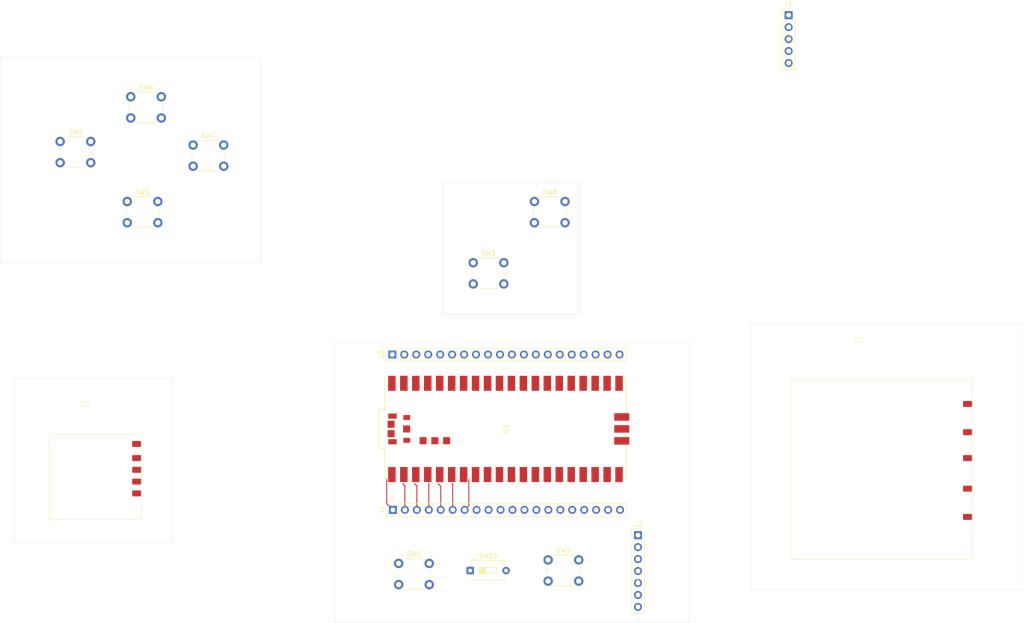
<source format=kicad_pcb>
(kicad_pcb (version 20241229) (generator "pcbnew") (generator_version "9.0")
  (layers (0 "F.Cu" signal) (2 "B.Cu" signal) (13 "F.Paste" user) (15 "B.Paste" user) (5 "F.SilkS" user "F.Silkscreen") (7 "B.SilkS" user "B.Silkscreen") (1 "F.Mask" user) (3 "B.Mask" user) (25 "Edge.Cuts" user))
  (net 0 "")
  (net 1 "/UP")
  (net 2 "/LEFT")
  (net 3 "/DOWN")
  (net 4 "/RIGHT")
  (net 5 "/A")
  (net 6 "/B")
  (net 7 "/START")
  (net 8 "/SELECT")
  (net 9 "/I2C0_SCL{slash}GP21")
  (net 10 "/I2C0_SDA")
  (net 11 "/I2C0_SCL")
  (net 12 "/SW")
  (net 13 "/DT")
  (net 14 "/CLK")
  (net 15 "/DIN")
  (net 16 "Net-(SW10-A-Pad1)")
  (net 30 "/VCC")
  (net 48 "unconnected-(J2-Pin_5-Pad5)")
  (net 52 "unconnected-(J2-Pin_3-Pad3)")
  (net 57 "+5V")
  (net 65 "GND")
  (net 66 "unconnected-(J2-Pin_4-Pad4)")
  (net 94 "unconnected-(J4-Pin_6-Pad6)")
  (net 99 "unconnected-(J4-Pin_1-Pad1)")
  (net 102 "unconnected-(J4-Pin_2-Pad2)")
  (net 104 "unconnected-(J4-Pin_3-Pad3)")
  (net 105 "unconnected-(J4-Pin_7-Pad7)")
  (net 107 "unconnected-(J4-Pin_4-Pad4)")
  (net 111 "unconnected-(J4-Pin_5-Pad5)")
  (footprint "Button_Switch_THT:SW_PUSH_6mm" (layer "F.Cu") (at 78.25 47.25)
    (property "Reference" "SW6" (at 3.25 -2 0) (layer "F.SilkS"))
    (property "Value" "SW_Push")
    (fp_line (start -0.25 1.5) (end -0.25 3) (stroke (width 0.12)) (layer "F.SilkS"))
    (fp_line (start 1 5.5) (end 5.5 5.5) (stroke (width 0.12)) (layer "F.SilkS"))
    (fp_line (start 5.5 -1) (end 1 -1) (stroke (width 0.12)) (layer "F.SilkS"))
    (fp_line (start 6.75 3) (end 6.75 1.5) (stroke (width 0.12)) (layer "F.SilkS"))
    (pad "1" thru_hole circle (at 0 0 90) (size 2 2) (drill 1.1) (layers "*.Cu" "*.Mask") (net 65 "GND"))
    (pad "1" thru_hole circle (at 6.5 0 90) (size 2 2) (drill 1.1) (layers "*.Cu" "*.Mask") (net 65 "GND"))
    (pad "2" thru_hole circle (at 0 4.5 90) (size 2 2) (drill 1.1) (layers "*.Cu" "*.Mask") (net 6 "/B"))
    (pad "2" thru_hole circle (at 6.5 4.5 90) (size 2 2) (drill 1.1) (layers "*.Cu" "*.Mask") (net 6 "/B"))
  )
  (footprint "Button_Switch_THT:SW_PUSH_6mm" (layer "F.Cu") (at 164 69.5)
    (property "Reference" "SW8" (at 3.25 -2 0) (layer "F.SilkS"))
    (property "Value" "SW_Push")
    (fp_line (start -0.25 1.5) (end -0.25 3) (stroke (width 0.12)) (layer "F.SilkS"))
    (fp_line (start 1 5.5) (end 5.5 5.5) (stroke (width 0.12)) (layer "F.SilkS"))
    (fp_line (start 5.5 -1) (end 1 -1) (stroke (width 0.12)) (layer "F.SilkS"))
    (fp_line (start 6.75 3) (end 6.75 1.5) (stroke (width 0.12)) (layer "F.SilkS"))
    (pad "1" thru_hole circle (at 0 0 90) (size 2 2) (drill 1.1) (layers "*.Cu" "*.Mask") (net 65 "GND"))
    (pad "1" thru_hole circle (at 6.5 0 90) (size 2 2) (drill 1.1) (layers "*.Cu" "*.Mask") (net 65 "GND"))
    (pad "2" thru_hole circle (at 0 4.5 90) (size 2 2) (drill 1.1) (layers "*.Cu" "*.Mask") (net 8 "/SELECT"))
    (pad "2" thru_hole circle (at 6.5 4.5 90) (size 2 2) (drill 1.1) (layers "*.Cu" "*.Mask") (net 8 "/SELECT"))
  )
  (footprint "Button_Switch_THT:SW_PUSH_6mm" (layer "F.Cu") (at 77.5 69.5)
    (property "Reference" "SW1" (at 3.25 -2 0) (layer "F.SilkS"))
    (property "Value" "SW_Push")
    (fp_line (start -0.25 1.5) (end -0.25 3) (stroke (width 0.12)) (layer "F.SilkS"))
    (fp_line (start 1 5.5) (end 5.5 5.5) (stroke (width 0.12)) (layer "F.SilkS"))
    (fp_line (start 5.5 -1) (end 1 -1) (stroke (width 0.12)) (layer "F.SilkS"))
    (fp_line (start 6.75 3) (end 6.75 1.5) (stroke (width 0.12)) (layer "F.SilkS"))
    (pad "1" thru_hole circle (at 0 0 90) (size 2 2) (drill 1.1) (layers "*.Cu" "*.Mask") (net 65 "GND"))
    (pad "1" thru_hole circle (at 6.5 0 90) (size 2 2) (drill 1.1) (layers "*.Cu" "*.Mask") (net 65 "GND"))
    (pad "2" thru_hole circle (at 0 4.5 90) (size 2 2) (drill 1.1) (layers "*.Cu" "*.Mask") (net 1 "/UP"))
    (pad "2" thru_hole circle (at 6.5 4.5 90) (size 2 2) (drill 1.1) (layers "*.Cu" "*.Mask") (net 1 "/UP"))
  )
  (footprint "myLibrary:Joystick" (layer "F.Cu") (at 233 110)
    (property "Reference" "U3" (at 0 -11 0) (layer "F.SilkS") (effects (font (thickness 0.1))))
    (property "Value" "~")
    (fp_rect (start -14.5 -2.5) (end 24 35.5) (stroke (width 0.1)) (fill no) (layer "F.SilkS"))
    (pad "1" smd roundrect (at 23 2.5) (size 1.905 1.27) (layers "F.Cu" "F.Mask" "F.Paste") (roundrect_rratio 0.15))
    (pad "2" smd roundrect (at 23 8.5) (size 1.905 1.27) (layers "F.Cu" "F.Mask" "F.Paste") (roundrect_rratio 0.15))
    (pad "3" smd roundrect (at 23 14) (size 1.905 1.27) (layers "F.Cu" "F.Mask" "F.Paste") (roundrect_rratio 0.15))
    (pad "4" smd roundrect (at 23 20.5) (size 1.905 1.27) (layers "F.Cu" "F.Mask" "F.Paste") (roundrect_rratio 0.15))
    (pad "5" smd roundrect (at 23 26.5) (size 1.905 1.27) (layers "F.Cu" "F.Mask" "F.Paste") (roundrect_rratio 0.15))
  )
  (footprint "Button_Switch_THT:SW_PUSH_6mm" (layer "F.Cu") (at 91.5 57.5)
    (property "Reference" "SW7" (at 3.25 -2 0) (layer "F.SilkS"))
    (property "Value" "SW_Push")
    (fp_line (start -0.25 1.5) (end -0.25 3) (stroke (width 0.12)) (layer "F.SilkS"))
    (fp_line (start 1 5.5) (end 5.5 5.5) (stroke (width 0.12)) (layer "F.SilkS"))
    (fp_line (start 5.5 -1) (end 1 -1) (stroke (width 0.12)) (layer "F.SilkS"))
    (fp_line (start 6.75 3) (end 6.75 1.5) (stroke (width 0.12)) (layer "F.SilkS"))
    (pad "1" thru_hole circle (at 0 0 90) (size 2 2) (drill 1.1) (layers "*.Cu" "*.Mask") (net 65 "GND"))
    (pad "1" thru_hole circle (at 6.5 0 90) (size 2 2) (drill 1.1) (layers "*.Cu" "*.Mask") (net 65 "GND"))
    (pad "2" thru_hole circle (at 0 4.5 90) (size 2 2) (drill 1.1) (layers "*.Cu" "*.Mask") (net 7 "/START"))
    (pad "2" thru_hole circle (at 6.5 4.5 90) (size 2 2) (drill 1.1) (layers "*.Cu" "*.Mask") (net 7 "/START"))
  )
  (footprint "Button_Switch_THT:SW_PUSH_6mm" (layer "F.Cu") (at 151 82.5)
    (property "Reference" "SW3" (at 3.25 -2 0) (layer "F.SilkS"))
    (property "Value" "SW_Push")
    (fp_line (start -0.25 1.5) (end -0.25 3) (stroke (width 0.12)) (layer "F.SilkS"))
    (fp_line (start 1 5.5) (end 5.5 5.5) (stroke (width 0.12)) (layer "F.SilkS"))
    (fp_line (start 5.5 -1) (end 1 -1) (stroke (width 0.12)) (layer "F.SilkS"))
    (fp_line (start 6.75 3) (end 6.75 1.5) (stroke (width 0.12)) (layer "F.SilkS"))
    (pad "1" thru_hole circle (at 0 0 90) (size 2 2) (drill 1.1) (layers "*.Cu" "*.Mask") (net 65 "GND"))
    (pad "1" thru_hole circle (at 6.5 0 90) (size 2 2) (drill 1.1) (layers "*.Cu" "*.Mask") (net 65 "GND"))
    (pad "2" thru_hole circle (at 0 4.5 90) (size 2 2) (drill 1.1) (layers "*.Cu" "*.Mask") (net 3 "/DOWN"))
    (pad "2" thru_hole circle (at 6.5 4.5 90) (size 2 2) (drill 1.1) (layers "*.Cu" "*.Mask") (net 3 "/DOWN"))
  )
  (footprint "Connector_PinHeader_2.54mm:PinHeader_1x20_P2.54mm_Vertical" (layer "F.Cu") (at 133.82 102 90)
    (property "Reference" "J3" (at 0 -2.38 90) (layer "F.SilkS"))
    (property "Value" "Conn_01x20")
    (fp_line (start -1.38 -1.38) (end 0 -1.38) (stroke (width 0.12)) (layer "F.SilkS"))
    (fp_line (start -1.38 0) (end -1.38 -1.38) (stroke (width 0.12)) (layer "F.SilkS"))
    (fp_line (start 1.38 1.27) (end 1.38 49.64) (stroke (width 0.12)) (layer "F.SilkS"))
    (fp_line (start -1.38 1.27) (end 1.38 1.27) (stroke (width 0.12)) (layer "F.SilkS"))
    (fp_line (start -1.38 1.27) (end -1.38 49.64) (stroke (width 0.12)) (layer "F.SilkS"))
    (fp_line (start -1.38 49.64) (end 1.38 49.64) (stroke (width 0.12)) (layer "F.SilkS"))
    (pad "1" thru_hole rect (at 0 0 90) (size 1.7 1.7) (drill 1) (layers "*.Cu" "*.Mask"))
    (pad "2" thru_hole circle (at 0 2.54 90) (size 1.7 1.7) (drill 1) (layers "*.Cu" "*.Mask"))
    (pad "3" thru_hole circle (at 0 5.08 90) (size 1.7 1.7) (drill 1) (layers "*.Cu" "*.Mask"))
    (pad "4" thru_hole circle (at 0 7.62 90) (size 1.7 1.7) (drill 1) (layers "*.Cu" "*.Mask"))
    (pad "5" thru_hole circle (at 0 10.16 90) (size 1.7 1.7) (drill 1) (layers "*.Cu" "*.Mask"))
    (pad "6" thru_hole circle (at 0 12.7 90) (size 1.7 1.7) (drill 1) (layers "*.Cu" "*.Mask"))
    (pad "7" thru_hole circle (at 0 15.24 90) (size 1.7 1.7) (drill 1) (layers "*.Cu" "*.Mask"))
    (pad "8" thru_hole circle (at 0 17.78 90) (size 1.7 1.7) (drill 1) (layers "*.Cu" "*.Mask"))
    (pad "9" thru_hole circle (at 0 20.32 90) (size 1.7 1.7) (drill 1) (layers "*.Cu" "*.Mask"))
    (pad "10" thru_hole circle (at 0 22.86 90) (size 1.7 1.7) (drill 1) (layers "*.Cu" "*.Mask"))
    (pad "11" thru_hole circle (at 0 25.4 90) (size 1.7 1.7) (drill 1) (layers "*.Cu" "*.Mask"))
    (pad "12" thru_hole circle (at 0 27.94 90) (size 1.7 1.7) (drill 1) (layers "*.Cu" "*.Mask"))
    (pad "13" thru_hole circle (at 0 30.48 90) (size 1.7 1.7) (drill 1) (layers "*.Cu" "*.Mask"))
    (pad "14" thru_hole circle (at 0 33.02 90) (size 1.7 1.7) (drill 1) (layers "*.Cu" "*.Mask"))
    (pad "15" thru_hole circle (at 0 35.56 90) (size 1.7 1.7) (drill 1) (layers "*.Cu" "*.Mask"))
    (pad "16" thru_hole circle (at 0 38.1 90) (size 1.7 1.7) (drill 1) (layers "*.Cu" "*.Mask"))
    (pad "17" thru_hole circle (at 0 40.64 90) (size 1.7 1.7) (drill 1) (layers "*.Cu" "*.Mask"))
    (pad "18" thru_hole circle (at 0 43.18 90) (size 1.7 1.7) (drill 1) (layers "*.Cu" "*.Mask"))
    (pad "19" thru_hole circle (at 0 45.72 90) (size 1.7 1.7) (drill 1) (layers "*.Cu" "*.Mask"))
    (pad "20" thru_hole circle (at 0 48.26 90) (size 1.7 1.7) (drill 1) (layers "*.Cu" "*.Mask"))
  )
  (footprint "Button_Switch_THT:SW_DIP_SPSTx01_Slide_6.7x4.1mm_W7.62mm_P2.54mm_LowProfile" (layer "F.Cu") (at 150.355 147.8927)
    (property "Reference" "SW10" (at 3.81 -3.11 0) (layer "F.SilkS"))
    (property "Value" "SW_MEC_5G")
    (fp_line (start 0.16 -2.35) (end 0.16 -1.04) (stroke (width 0.12)) (layer "F.SilkS"))
    (fp_line (start 0.16 -2.35) (end 1.543 -2.35) (stroke (width 0.12)) (layer "F.SilkS"))
    (fp_line (start 0.4 -2.11) (end 0.4 -1.04) (stroke (width 0.12)) (layer "F.SilkS"))
    (fp_line (start 0.4 -2.11) (end 7.22 -2.11) (stroke (width 0.12)) (layer "F.SilkS"))
    (fp_line (start 0.4 1.04) (end 0.4 2.11) (stroke (width 0.12)) (layer "F.SilkS"))
    (fp_line (start 0.4 2.11) (end 7.22 2.11) (stroke (width 0.12)) (layer "F.SilkS"))
    (fp_line (start 3.206667 -0.635) (end 3.206667 0.635) (stroke (width 0.12)) (layer "F.SilkS"))
    (fp_line (start 7.22 -2.11) (end 7.22 -0.96) (stroke (width 0.12)) (layer "F.SilkS"))
    (fp_line (start 7.22 0.96) (end 7.22 2.11) (stroke (width 0.12)) (layer "F.SilkS"))
    (fp_rect (start 2 -0.635) (end 3.206667 0.635) (stroke (width 0.12)) (fill yes) (layer "F.SilkS"))
    (fp_rect (start 2 -0.635) (end 5.62 0.635) (stroke (width 0.12)) (fill no) (layer "F.SilkS"))
    (pad "1" thru_hole roundrect (at 0 0) (size 1.6 1.6) (drill 0.8) (layers "*.Cu" "*.Mask") (roundrect_rratio 0.15625) (net 16 "Net-(SW10-A-Pad1)"))
    (pad "2" thru_hole circle (at 7.62 0) (size 1.6 1.6) (drill 0.8) (layers "*.Cu" "*.Mask") (net 16 "Net-(SW10-A-Pad1)"))
  )
  (footprint "Connector_PinHeader_2.54mm:PinHeader_1x05_P2.54mm_Vertical" (layer "F.Cu") (at 218 29.92)
    (property "Reference" "J1" (at 0 -2.38 0) (layer "F.SilkS"))
    (property "Value" "Conn_01x05")
    (fp_line (start -1.38 -1.38) (end 0 -1.38) (stroke (width 0.12)) (layer "F.SilkS"))
    (fp_line (start -1.38 0) (end -1.38 -1.38) (stroke (width 0.12)) (layer "F.SilkS"))
    (fp_line (start -1.38 1.27) (end -1.38 11.54) (stroke (width 0.12)) (layer "F.SilkS"))
    (fp_line (start -1.38 1.27) (end 1.38 1.27) (stroke (width 0.12)) (layer "F.SilkS"))
    (fp_line (start -1.38 11.54) (end 1.38 11.54) (stroke (width 0.12)) (layer "F.SilkS"))
    (fp_line (start 1.38 1.27) (end 1.38 11.54) (stroke (width 0.12)) (layer "F.SilkS"))
    (pad "1" thru_hole rect (at 0 0) (size 1.7 1.7) (drill 1) (layers "*.Cu" "*.Mask"))
    (pad "2" thru_hole circle (at 0 2.54) (size 1.7 1.7) (drill 1) (layers "*.Cu" "*.Mask"))
    (pad "3" thru_hole circle (at 0 5.08) (size 1.7 1.7) (drill 1) (layers "*.Cu" "*.Mask"))
    (pad "4" thru_hole circle (at 0 7.62) (size 1.7 1.7) (drill 1) (layers "*.Cu" "*.Mask"))
    (pad "5" thru_hole circle (at 0 10.16) (size 1.7 1.7) (drill 1) (layers "*.Cu" "*.Mask"))
  )
  (footprint "Connector_PinHeader_2.54mm:PinHeader_1x07_P2.54mm_Vertical" (layer "F.Cu") (at 186 140.38)
    (property "Reference" "J2" (at 0 -2.38 0) (layer "F.SilkS"))
    (property "Value" "Conn_01x07")
    (fp_line (start -1.38 -1.38) (end 0 -1.38) (stroke (width 0.12)) (layer "F.SilkS"))
    (fp_line (start -1.38 0) (end -1.38 -1.38) (stroke (width 0.12)) (layer "F.SilkS"))
    (fp_line (start -1.38 1.27) (end -1.38 16.62) (stroke (width 0.12)) (layer "F.SilkS"))
    (fp_line (start -1.38 1.27) (end 1.38 1.27) (stroke (width 0.12)) (layer "F.SilkS"))
    (fp_line (start -1.38 16.62) (end 1.38 16.62) (stroke (width 0.12)) (layer "F.SilkS"))
    (fp_line (start 1.38 1.27) (end 1.38 16.62) (stroke (width 0.12)) (layer "F.SilkS"))
    (pad "1" thru_hole rect (at 0 0) (size 1.7 1.7) (drill 1) (layers "*.Cu" "*.Mask"))
    (pad "2" thru_hole circle (at 0 2.54) (size 1.7 1.7) (drill 1) (layers "*.Cu" "*.Mask"))
    (pad "3" thru_hole circle (at 0 5.08) (size 1.7 1.7) (drill 1) (layers "*.Cu" "*.Mask") (net 52 "unconnected-(J2-Pin_3-Pad3)"))
    (pad "4" thru_hole circle (at 0 7.62) (size 1.7 1.7) (drill 1) (layers "*.Cu" "*.Mask") (net 66 "unconnected-(J2-Pin_4-Pad4)"))
    (pad "5" thru_hole circle (at 0 10.16) (size 1.7 1.7) (drill 1) (layers "*.Cu" "*.Mask") (net 48 "unconnected-(J2-Pin_5-Pad5)"))
    (pad "6" thru_hole circle (at 0 12.7) (size 1.7 1.7) (drill 1) (layers "*.Cu" "*.Mask"))
    (pad "7" thru_hole circle (at 0 15.24) (size 1.7 1.7) (drill 1) (layers "*.Cu" "*.Mask"))
  )
  (footprint "myLibrary:SC0915_RPI" (layer "F.Cu") (at 157.85 117.8099 90)
    (property "Reference" "U1" (at 0 0 90) (layer "F.SilkS"))
    (property "Value" "SC0915")
    (fp_line (start 4.1275 -26.924) (end 4.1275 -25.6286) (stroke (width 0.1524)) (layer "F.SilkS"))
    (fp_line (start -4.1275 -26.924) (end 4.1275 -26.924) (stroke (width 0.1524)) (layer "F.SilkS"))
    (fp_line (start 10.6299 -25.6286) (end 10.6299 -25.26284) (stroke (width 0.1524)) (layer "F.SilkS"))
    (fp_line (start 4.1275 -25.6286) (end 10.6299 -25.6286) (stroke (width 0.1524)) (layer "F.SilkS"))
    (fp_line (start -4.1275 -25.6286) (end -4.1275 -26.924) (stroke (width 0.1524)) (layer "F.SilkS"))
    (fp_line (start -10.6299 -25.6286) (end -4.1275 -25.6286) (stroke (width 0.1524)) (layer "F.SilkS"))
    (fp_line (start -10.6299 -25.26284) (end -10.6299 -25.6286) (stroke (width 0.1524)) (layer "F.SilkS"))
    (fp_line (start 10.6299 -22.99716) (end 10.6299 -22.72284) (stroke (width 0.1524)) (layer "F.SilkS"))
    (fp_line (start -10.6299 -22.72284) (end -10.6299 -22.99716) (stroke (width 0.1524)) (layer "F.SilkS"))
    (fp_line (start 10.6299 -20.45716) (end 10.6299 -20.18284) (stroke (width 0.1524)) (layer "F.SilkS"))
    (fp_line (start -10.6299 -20.18284) (end -10.6299 -20.45716) (stroke (width 0.1524)) (layer "F.SilkS"))
    (fp_line (start 10.6299 -17.91716) (end 10.6299 -17.64284) (stroke (width 0.1524)) (layer "F.SilkS"))
    (fp_line (start -10.6299 -17.64284) (end -10.6299 -17.91716) (stroke (width 0.1524)) (layer "F.SilkS"))
    (fp_line (start 10.6299 -15.37716) (end 10.6299 -15.10284) (stroke (width 0.1524)) (layer "F.SilkS"))
    (fp_line (start -10.6299 -15.10284) (end -10.6299 -15.37716) (stroke (width 0.1524)) (layer "F.SilkS"))
    (fp_line (start 10.6299 -12.83716) (end 10.6299 -12.56284) (stroke (width 0.1524)) (layer "F.SilkS"))
    (fp_line (start -10.6299 -12.56284) (end -10.6299 -12.83716) (stroke (width 0.1524)) (layer "F.SilkS"))
    (fp_line (start 10.6299 -10.29716) (end 10.6299 -10.02284) (stroke (width 0.1524)) (layer "F.SilkS"))
    (fp_line (start -10.6299 -10.02284) (end -10.6299 -10.29716) (stroke (width 0.1524)) (layer "F.SilkS"))
    (fp_line (start 10.6299 -7.75716) (end 10.6299 -7.48284) (stroke (width 0.1524)) (layer "F.SilkS"))
    (fp_line (start -10.6299 -7.48284) (end -10.6299 -7.75716) (stroke (width 0.1524)) (layer "F.SilkS"))
    (fp_line (start 10.6299 -5.21716) (end 10.6299 -4.94284) (stroke (width 0.1524)) (layer "F.SilkS"))
    (fp_line (start -10.6299 -4.94284) (end -10.6299 -5.21716) (stroke (width 0.1524)) (layer "F.SilkS"))
    (fp_line (start 10.6299 -2.67716) (end 10.6299 -2.40284) (stroke (width 0.1524)) (layer "F.SilkS"))
    (fp_line (start -10.6299 -2.40284) (end -10.6299 -2.67716) (stroke (width 0.1524)) (layer "F.SilkS"))
    (fp_line (start 10.6299 -0.13716) (end 10.6299 0.13716) (stroke (width 0.1524)) (layer "F.SilkS"))
    (fp_line (start -10.6299 0.13716) (end -10.6299 -0.13716) (stroke (width 0.1524)) (layer "F.SilkS"))
    (fp_line (start 10.6299 2.40284) (end 10.6299 2.67716) (stroke (width 0.1524)) (layer "F.SilkS"))
    (fp_line (start -10.6299 2.67716) (end -10.6299 2.40284) (stroke (width 0.1524)) (layer "F.SilkS"))
    (fp_line (start 10.6299 4.94284) (end 10.6299 5.21716) (stroke (width 0.1524)) (layer "F.SilkS"))
    (fp_line (start -10.6299 5.21716) (end -10.6299 4.94284) (stroke (width 0.1524)) (layer "F.SilkS"))
    (fp_line (start 10.6299 7.48284) (end 10.6299 7.75716) (stroke (width 0.1524)) (layer "F.SilkS"))
    (fp_line (start -10.6299 7.75716) (end -10.6299 7.48284) (stroke (width 0.1524)) (layer "F.SilkS"))
    (fp_line (start 10.6299 10.02284) (end 10.6299 10.29716) (stroke (width 0.1524)) (layer "F.SilkS"))
    (fp_line (start -10.6299 10.29716) (end -10.6299 10.02284) (stroke (width 0.1524)) (layer "F.SilkS"))
    (fp_line (start 10.6299 12.56284) (end 10.6299 12.83716) (stroke (width 0.1524)) (layer "F.SilkS"))
    (fp_line (start -10.6299 12.83716) (end -10.6299 12.56284) (stroke (width 0.1524)) (layer "F.SilkS"))
    (fp_line (start 10.6299 15.10284) (end 10.6299 15.37716) (stroke (width 0.1524)) (layer "F.SilkS"))
    (fp_line (start -10.6299 15.37716) (end -10.6299 15.10284) (stroke (width 0.1524)) (layer "F.SilkS"))
    (fp_line (start 10.6299 17.64284) (end 10.6299 17.91716) (stroke (width 0.1524)) (layer "F.SilkS"))
    (fp_line (start -10.6299 17.91716) (end -10.6299 17.64284) (stroke (width 0.1524)) (layer "F.SilkS"))
    (fp_line (start 10.6299 20.18284) (end 10.6299 20.45716) (stroke (width 0.1524)) (layer "F.SilkS"))
    (fp_line (start -10.6299 20.45716) (end -10.6299 20.18284) (stroke (width 0.1524)) (layer "F.SilkS"))
    (fp_line (start 10.6299 22.72284) (end 10.6299 22.99716) (stroke (width 0.1524)) (layer "F.SilkS"))
    (fp_line (start -10.6299 22.99716) (end -10.6299 22.72284) (stroke (width 0.1524)) (layer "F.SilkS"))
    (fp_line (start 10.6299 25.26284) (end 10.6299 25.6286) (stroke (width 0.1524)) (layer "F.SilkS"))
    (fp_line (start 10.6299 25.6286) (end 3.67284 25.6286) (stroke (width 0.1524)) (layer "F.SilkS"))
    (fp_line (start 1.40716 25.6286) (end 1.13284 25.6286) (stroke (width 0.1524)) (layer "F.SilkS"))
    (fp_line (start -1.13284 25.6286) (end -1.40716 25.6286) (stroke (width 0.1524)) (layer "F.SilkS"))
    (fp_line (start -3.67284 25.6286) (end -10.6299 25.6286) (stroke (width 0.1524)) (layer "F.SilkS"))
    (fp_line (start -10.6299 25.6286) (end -10.6299 25.26284) (stroke (width 0.1524)) (layer "F.SilkS"))
    (fp_circle (center -14.2621 -24.13) (end -14.1351 -24.13) (stroke (width 0.1524)) (fill no) (layer "F.SilkS"))
    (pad "1" smd rect (at -9.6901 -24.13 90) (size 3.2004 1.6002) (layers "F.Cu" "F.Mask" "F.Paste") (net 10 "/I2C0_SDA"))
    (pad "2" smd rect (at -9.6901 -21.59 90) (size 3.2004 1.6002) (layers "F.Cu" "F.Mask" "F.Paste") (net 11 "/I2C0_SCL"))
    (pad "3" smd rect (at -9.6901 -19.05 90) (size 3.2004 1.6002) (layers "F.Cu" "F.Mask" "F.Paste") (net 65 "GND"))
    (pad "4" smd rect (at -9.6901 -16.51 90) (size 3.2004 1.6002) (layers "F.Cu" "F.Mask" "F.Paste") (net 1 "/UP"))
    (pad "5" smd rect (at -9.6901 -13.97 90) (size 3.2004 1.6002) (layers "F.Cu" "F.Mask" "F.Paste") (net 3 "/DOWN"))
    (pad "6" smd rect (at -9.6901 -11.43 90) (size 3.2004 1.6002) (layers "F.Cu" "F.Mask" "F.Paste") (net 2 "/LEFT"))
    (pad "7" smd rect (at -9.6901 -8.89 90) (size 3.2004 1.6002) (layers "F.Cu" "F.Mask" "F.Paste") (net 4 "/RIGHT"))
    (pad "8" smd rect (at -9.6901 -6.35 90) (size 3.2004 1.6002) (layers "F.Cu" "F.Mask" "F.Paste"))
    (pad "9" smd rect (at -9.6901 -3.81 90) (size 3.2004 1.6002) (layers "F.Cu" "F.Mask" "F.Paste") (net 5 "/A"))
    (pad "10" smd rect (at -9.6901 -1.27 90) (size 3.2004 1.6002) (layers "F.Cu" "F.Mask" "F.Paste") (net 6 "/B"))
    (pad "11" smd rect (at -9.6901 1.27 90) (size 3.2004 1.6002) (layers "F.Cu" "F.Mask" "F.Paste") (net 8 "/SELECT"))
    (pad "12" smd rect (at -9.6901 3.81 90) (size 3.2004 1.6002) (layers "F.Cu" "F.Mask" "F.Paste") (net 7 "/START"))
    (pad "13" smd rect (at -9.6901 6.35 90) (size 3.2004 1.6002) (layers "F.Cu" "F.Mask" "F.Paste"))
    (pad "14" smd rect (at -9.6901 8.89 90) (size 3.2004 1.6002) (layers "F.Cu" "F.Mask" "F.Paste") (net 13 "/DT"))
    (pad "15" smd rect (at -9.6901 11.43 90) (size 3.2004 1.6002) (layers "F.Cu" "F.Mask" "F.Paste") (net 14 "/CLK"))
    (pad "16" smd rect (at -9.6901 13.97 90) (size 3.2004 1.6002) (layers "F.Cu" "F.Mask" "F.Paste"))
    (pad "17" smd rect (at -9.6901 16.51 90) (size 3.2004 1.6002) (layers "F.Cu" "F.Mask" "F.Paste"))
    (pad "18" smd rect (at -9.6901 19.05 90) (size 3.2004 1.6002) (layers "F.Cu" "F.Mask" "F.Paste"))
    (pad "19" smd rect (at -9.6901 21.59 90) (size 3.2004 1.6002) (layers "F.Cu" "F.Mask" "F.Paste"))
    (pad "20" smd rect (at -9.6901 24.13 90) (size 3.2004 1.6002) (layers "F.Cu" "F.Mask" "F.Paste"))
    (pad "21" smd rect (at 9.6901 24.13 90) (size 3.2004 1.6002) (layers "F.Cu" "F.Mask" "F.Paste") (net 12 "/SW"))
    (pad "22" smd rect (at 9.6901 21.59 90) (size 3.2004 1.6002) (layers "F.Cu" "F.Mask" "F.Paste"))
    (pad "23" smd rect (at 9.6901 19.05 90) (size 3.2004 1.6002) (layers "F.Cu" "F.Mask" "F.Paste"))
    (pad "24" smd rect (at 9.6901 16.51 90) (size 3.2004 1.6002) (layers "F.Cu" "F.Mask" "F.Paste"))
    (pad "25" smd rect (at 9.6901 13.97 90) (size 3.2004 1.6002) (layers "F.Cu" "F.Mask" "F.Paste"))
    (pad "26" smd rect (at 9.6901 11.43 90) (size 3.2004 1.6002) (layers "F.Cu" "F.Mask" "F.Paste"))
    (pad "27" smd rect (at 9.6901 8.89 90) (size 3.2004 1.6002) (layers "F.Cu" "F.Mask" "F.Paste") (net 9 "/I2C0_SCL{slash}GP21"))
    (pad "28" smd rect (at 9.6901 6.35 90) (size 3.2004 1.6002) (layers "F.Cu" "F.Mask" "F.Paste"))
    (pad "29" smd rect (at 9.6901 3.81 90) (size 3.2004 1.6002) (layers "F.Cu" "F.Mask" "F.Paste"))
    (pad "30" smd rect (at 9.6901 1.27 90) (size 3.2004 1.6002) (layers "F.Cu" "F.Mask" "F.Paste"))
    (pad "31" smd rect (at 9.6901 -1.27 90) (size 3.2004 1.6002) (layers "F.Cu" "F.Mask" "F.Paste") (net 15 "/DIN"))
    (pad "32" smd rect (at 9.6901 -3.81 90) (size 3.2004 1.6002) (layers "F.Cu" "F.Mask" "F.Paste"))
    (pad "33" smd rect (at 9.6901 -6.35 90) (size 3.2004 1.6002) (layers "F.Cu" "F.Mask" "F.Paste"))
    (pad "34" smd rect (at 9.6901 -8.89 90) (size 3.2004 1.6002) (layers "F.Cu" "F.Mask" "F.Paste"))
    (pad "35" smd rect (at 9.6901 -11.43 90) (size 3.2004 1.6002) (layers "F.Cu" "F.Mask" "F.Paste"))
    (pad "36" smd rect (at 9.6901 -13.97 90) (size 3.2004 1.6002) (layers "F.Cu" "F.Mask" "F.Paste"))
    (pad "37" smd rect (at 9.6901 -16.51 90) (size 3.2004 1.6002) (layers "F.Cu" "F.Mask" "F.Paste"))
    (pad "38" smd rect (at 9.6901 -19.05 90) (size 3.2004 1.6002) (layers "F.Cu" "F.Mask" "F.Paste") (net 65 "GND"))
    (pad "39" smd rect (at 9.6901 -21.59 90) (size 3.2004 1.6002) (layers "F.Cu" "F.Mask" "F.Paste"))
    (pad "40" smd rect (at 9.6901 -24.13 90) (size 3.2004 1.6002) (layers "F.Cu" "F.Mask" "F.Paste") (net 57 "+5V"))
    (pad "A" smd rect (at -2.72542 -24.00046 90) (size 1.0922 1.8034) (layers "F.Cu" "F.Mask" "F.Paste"))
    (pad "B" smd rect (at 2.72542 -24.00046 90) (size 1.0922 1.8034) (layers "F.Cu" "F.Mask" "F.Paste"))
    (pad "C" smd rect (at -2.4257 -20.97024 90) (size 1.0414 1.4478) (layers "F.Cu" "F.Mask" "F.Paste"))
    (pad "D" smd rect (at 2.4257 -20.97024 90) (size 1.0414 1.4478) (layers "F.Cu" "F.Mask" "F.Paste"))
    (pad "D1" smd rect (at -2.54 24.69896 180) (size 3.2004 1.6002) (layers "F.Cu" "F.Mask" "F.Paste"))
    (pad "D2" smd rect (at 0 24.69896 180) (size 3.2004 1.6002) (layers "F.Cu" "F.Mask" "F.Paste"))
    (pad "D3" smd rect (at 2.54 24.69896 180) (size 3.2004 1.6002) (layers "F.Cu" "F.Mask" "F.Paste"))
    (pad "TP1" smd rect (at 0 -21.00072 90) (size 1.4986 1.4986) (layers "F.Cu" "F.Mask" "F.Paste"))
    (pad "TP2" smd rect (at 1.00076 -24.30018 90) (size 1.4986 1.4986) (layers "F.Cu" "F.Mask" "F.Paste"))
    (pad "TP3" smd rect (at -1.00076 -24.30018 90) (size 1.4986 1.4986) (layers "F.Cu" "F.Mask" "F.Paste"))
    (pad "TP4" smd rect (at -2.49936 -17.5006 90) (size 1.4986 1.4986) (layers "F.Cu" "F.Mask" "F.Paste"))
    (pad "TP5" smd rect (at -2.49936 -15.00124 90) (size 1.4986 1.4986) (layers "F.Cu" "F.Mask" "F.Paste"))
    (pad "TP6" smd rect (at -2.49936 -12.50188 90) (size 1.4986 1.4986) (layers "F.Cu" "F.Mask" "F.Paste"))
  )
  (footprint "Button_Switch_THT:SW_PUSH_6mm" (layer "F.Cu") (at 135.16 146.3802)
    (property "Reference" "SW5" (at 3.25 -2 0) (layer "F.SilkS"))
    (property "Value" "SW_Push")
    (fp_line (start -0.25 1.5) (end -0.25 3) (stroke (width 0.12)) (layer "F.SilkS"))
    (fp_line (start 1 5.5) (end 5.5 5.5) (stroke (width 0.12)) (layer "F.SilkS"))
    (fp_line (start 5.5 -1) (end 1 -1) (stroke (width 0.12)) (layer "F.SilkS"))
    (fp_line (start 6.75 3) (end 6.75 1.5) (stroke (width 0.12)) (layer "F.SilkS"))
    (pad "1" thru_hole circle (at 0 0 90) (size 2 2) (drill 1.1) (layers "*.Cu" "*.Mask") (net 65 "GND"))
    (pad "1" thru_hole circle (at 6.5 0 90) (size 2 2) (drill 1.1) (layers "*.Cu" "*.Mask") (net 65 "GND"))
    (pad "2" thru_hole circle (at 0 4.5 90) (size 2 2) (drill 1.1) (layers "*.Cu" "*.Mask") (net 5 "/A"))
    (pad "2" thru_hole circle (at 6.5 4.5 90) (size 2 2) (drill 1.1) (layers "*.Cu" "*.Mask") (net 5 "/A"))
  )
  (footprint "myLibrary:Eotary Encoder" (layer "F.Cu") (at 68.5 123.5)
    (property "Reference" "U2" (at 0 -11 0) (layer "F.SilkS") (effects (font (thickness 0.1))))
    (property "Value" "~")
    (fp_rect (start -7.5 -4.5) (end 12 13.5) (stroke (width 0.1)) (fill no) (layer "F.SilkS"))
    (pad "1" smd roundrect (at 11 -2.5) (size 1.905 1.27) (layers "F.Cu" "F.Mask" "F.Paste") (roundrect_rratio 0.15) (net 14 "/CLK"))
    (pad "2" smd roundrect (at 11 0.5) (size 1.905 1.27) (layers "F.Cu" "F.Mask" "F.Paste") (roundrect_rratio 0.15) (net 13 "/DT"))
    (pad "3" smd roundrect (at 11 3) (size 1.905 1.27) (layers "F.Cu" "F.Mask" "F.Paste") (roundrect_rratio 0.15) (net 12 "/SW"))
    (pad "4" smd roundrect (at 11 5.5) (size 1.905 1.27) (layers "F.Cu" "F.Mask" "F.Paste") (roundrect_rratio 0.15) (net 30 "/VCC"))
    (pad "5" smd roundrect (at 11 8) (size 1.905 1.27) (layers "F.Cu" "F.Mask" "F.Paste") (roundrect_rratio 0.15) (net 65 "GND"))
  )
  (footprint "Button_Switch_THT:SW_PUSH_6mm" (layer "F.Cu") (at 63.25 56.75)
    (property "Reference" "SW2" (at 3.25 -2 0) (layer "F.SilkS"))
    (property "Value" "SW_Push")
    (fp_line (start -0.25 1.5) (end -0.25 3) (stroke (width 0.12)) (layer "F.SilkS"))
    (fp_line (start 1 5.5) (end 5.5 5.5) (stroke (width 0.12)) (layer "F.SilkS"))
    (fp_line (start 5.5 -1) (end 1 -1) (stroke (width 0.12)) (layer "F.SilkS"))
    (fp_line (start 6.75 3) (end 6.75 1.5) (stroke (width 0.12)) (layer "F.SilkS"))
    (pad "1" thru_hole circle (at 0 0 90) (size 2 2) (drill 1.1) (layers "*.Cu" "*.Mask") (net 65 "GND"))
    (pad "1" thru_hole circle (at 6.5 0 90) (size 2 2) (drill 1.1) (layers "*.Cu" "*.Mask") (net 65 "GND"))
    (pad "2" thru_hole circle (at 0 4.5 90) (size 2 2) (drill 1.1) (layers "*.Cu" "*.Mask") (net 2 "/LEFT"))
    (pad "2" thru_hole circle (at 6.5 4.5 90) (size 2 2) (drill 1.1) (layers "*.Cu" "*.Mask") (net 2 "/LEFT"))
  )
  (footprint "Connector_PinHeader_2.54mm:PinHeader_1x20_P2.54mm_Vertical" (layer "F.Cu") (at 133.94 135 90)
    (property "Reference" "J4" (at 0 -2.38 90) (layer "F.SilkS"))
    (property "Value" "Conn_01x20")
    (fp_line (start -1.38 -1.38) (end 0 -1.38) (stroke (width 0.12)) (layer "F.SilkS"))
    (fp_line (start -1.38 0) (end -1.38 -1.38) (stroke (width 0.12)) (layer "F.SilkS"))
    (fp_line (start 1.38 1.27) (end 1.38 49.64) (stroke (width 0.12)) (layer "F.SilkS"))
    (fp_line (start -1.38 1.27) (end 1.38 1.27) (stroke (width 0.12)) (layer "F.SilkS"))
    (fp_line (start -1.38 1.27) (end -1.38 49.64) (stroke (width 0.12)) (layer "F.SilkS"))
    (fp_line (start -1.38 49.64) (end 1.38 49.64) (stroke (width 0.12)) (layer "F.SilkS"))
    (pad "1" thru_hole rect (at 0 0 90) (size 1.7 1.7) (drill 1) (layers "*.Cu" "*.Mask") (net 99 "unconnected-(J4-Pin_1-Pad1)"))
    (pad "2" thru_hole circle (at 0 2.54 90) (size 1.7 1.7) (drill 1) (layers "*.Cu" "*.Mask") (net 102 "unconnected-(J4-Pin_2-Pad2)"))
    (pad "3" thru_hole circle (at 0 5.08 90) (size 1.7 1.7) (drill 1) (layers "*.Cu" "*.Mask") (net 104 "unconnected-(J4-Pin_3-Pad3)"))
    (pad "4" thru_hole circle (at 0 7.62 90) (size 1.7 1.7) (drill 1) (layers "*.Cu" "*.Mask") (net 107 "unconnected-(J4-Pin_4-Pad4)"))
    (pad "5" thru_hole circle (at 0 10.16 90) (size 1.7 1.7) (drill 1) (layers "*.Cu" "*.Mask") (net 111 "unconnected-(J4-Pin_5-Pad5)"))
    (pad "6" thru_hole circle (at 0 12.7 90) (size 1.7 1.7) (drill 1) (layers "*.Cu" "*.Mask") (net 94 "unconnected-(J4-Pin_6-Pad6)"))
    (pad "7" thru_hole circle (at 0 15.24 90) (size 1.7 1.7) (drill 1) (layers "*.Cu" "*.Mask") (net 105 "unconnected-(J4-Pin_7-Pad7)"))
    (pad "8" thru_hole circle (at 0 17.78 90) (size 1.7 1.7) (drill 1) (layers "*.Cu" "*.Mask"))
    (pad "9" thru_hole circle (at 0 20.32 90) (size 1.7 1.7) (drill 1) (layers "*.Cu" "*.Mask"))
    (pad "10" thru_hole circle (at 0 22.86 90) (size 1.7 1.7) (drill 1) (layers "*.Cu" "*.Mask"))
    (pad "11" thru_hole circle (at 0 25.4 90) (size 1.7 1.7) (drill 1) (layers "*.Cu" "*.Mask"))
    (pad "12" thru_hole circle (at 0 27.94 90) (size 1.7 1.7) (drill 1) (layers "*.Cu" "*.Mask"))
    (pad "13" thru_hole circle (at 0 30.48 90) (size 1.7 1.7) (drill 1) (layers "*.Cu" "*.Mask"))
    (pad "14" thru_hole circle (at 0 33.02 90) (size 1.7 1.7) (drill 1) (layers "*.Cu" "*.Mask"))
    (pad "15" thru_hole circle (at 0 35.56 90) (size 1.7 1.7) (drill 1) (layers "*.Cu" "*.Mask"))
    (pad "16" thru_hole circle (at 0 38.1 90) (size 1.7 1.7) (drill 1) (layers "*.Cu" "*.Mask"))
    (pad "17" thru_hole circle (at 0 40.64 90) (size 1.7 1.7) (drill 1) (layers "*.Cu" "*.Mask"))
    (pad "18" thru_hole circle (at 0 43.18 90) (size 1.7 1.7) (drill 1) (layers "*.Cu" "*.Mask"))
    (pad "19" thru_hole circle (at 0 45.72 90) (size 1.7 1.7) (drill 1) (layers "*.Cu" "*.Mask"))
    (pad "20" thru_hole circle (at 0 48.26 90) (size 1.7 1.7) (drill 1) (layers "*.Cu" "*.Mask"))
  )
  (footprint "Button_Switch_THT:SW_PUSH_6mm" (layer "F.Cu") (at 166.91 145.6302)
    (property "Reference" "SW4" (at 3.25 -2 0) (layer "F.SilkS"))
    (property "Value" "SW_Push")
    (fp_line (start -0.25 1.5) (end -0.25 3) (stroke (width 0.12)) (layer "F.SilkS"))
    (fp_line (start 1 5.5) (end 5.5 5.5) (stroke (width 0.12)) (layer "F.SilkS"))
    (fp_line (start 5.5 -1) (end 1 -1) (stroke (width 0.12)) (layer "F.SilkS"))
    (fp_line (start 6.75 3) (end 6.75 1.5) (stroke (width 0.12)) (layer "F.SilkS"))
    (pad "1" thru_hole circle (at 0 0 90) (size 2 2) (drill 1.1) (layers "*.Cu" "*.Mask") (net 65 "GND"))
    (pad "1" thru_hole circle (at 6.5 0 90) (size 2 2) (drill 1.1) (layers "*.Cu" "*.Mask") (net 65 "GND"))
    (pad "2" thru_hole circle (at 0 4.5 90) (size 2 2) (drill 1.1) (layers "*.Cu" "*.Mask") (net 4 "/RIGHT"))
    (pad "2" thru_hole circle (at 6.5 4.5 90) (size 2 2) (drill 1.1) (layers "*.Cu" "*.Mask") (net 4 "/RIGHT"))
  )
  (gr_rect (start 144.5 65.5) (end 173.5 93.5) (stroke (width 0.05)) (fill no) (layer "Edge.Cuts"))
  (gr_rect (start 50.5 39) (end 106 82.5) (stroke (width 0.05)) (fill no) (layer "Edge.Cuts"))
  (gr_rect (start 121.5 99.3802) (end 197 159) (stroke (width 0.05)) (fill no) (layer "Edge.Cuts"))
  (gr_rect (start 210 95.5) (end 268 152) (stroke (width 0.05)) (fill no) (layer "Edge.Cuts"))
  (gr_rect (start 53.5 107) (end 87 142) (stroke (width 0.05)) (fill no) (layer "Edge.Cuts"))
  (via (at 186 150) (size 0.6) (drill 0.3) (layers "F.Cu" "B.Cu") (net 48))
  (via (at 186 145.5) (size 0.6) (drill 0.3) (layers "F.Cu" "B.Cu") (net 52))
  (via (at 186 148) (size 0.6) (drill 0.3) (layers "F.Cu" "B.Cu") (net 66))
  (segment (start 146.64 135) (end 146.64 129.5412) (width 0.2) (layer "F.Cu") (net 94))
  (segment (start 146.64 129.5412) (end 146.5 129.4012) (width 0.2) (layer "F.Cu") (net 94))
  (segment (start 132.6189 128.5) (end 132.6189 133.6789) (width 0.2) (layer "F.Cu") (net 99))
  (segment (start 132.6189 133.6789) (end 133.94 135) (width 0.2) (layer "F.Cu") (net 99))
  (segment (start 136.48 129.8812) (end 136 129.4012) (width 0.2) (layer "F.Cu") (net 102))
  (segment (start 136.48 135) (end 136.48 129.8812) (width 0.2) (layer "F.Cu") (net 102))
  (segment (start 139.02 135) (end 139.02 129.9212) (width 0.2) (layer "F.Cu") (net 104))
  (segment (start 139.02 129.9212) (end 138.5 129.4012) (width 0.2) (layer "F.Cu") (net 104))
  (segment (start 150.0611 134.1189) (end 150.0611 128.5) (width 0.2) (layer "F.Cu") (net 105))
  (segment (start 149.18 135) (end 150.0611 134.1189) (width 0.2) (layer "F.Cu") (net 105))
  (segment (start 141.56 134.94) (end 142 134.5) (width 0.2) (layer "F.Cu") (net 107))
  (segment (start 141.56 129.4612) (end 141.5 129.4012) (width 0.2) (layer "F.Cu") (net 107))
  (segment (start 141.56 135) (end 141.56 134.94) (width 0.2) (layer "F.Cu") (net 107))
  (segment (start 141.56 135) (end 141.56 129.4612) (width 0.2) (layer "F.Cu") (net 107))
  (segment (start 144.1 130.0012) (end 143.5 129.4012) (width 0.2) (layer "F.Cu") (net 111))
  (segment (start 144.1 135) (end 144.1 130.0012) (width 0.2) (layer "F.Cu") (net 111))
)
</source>
